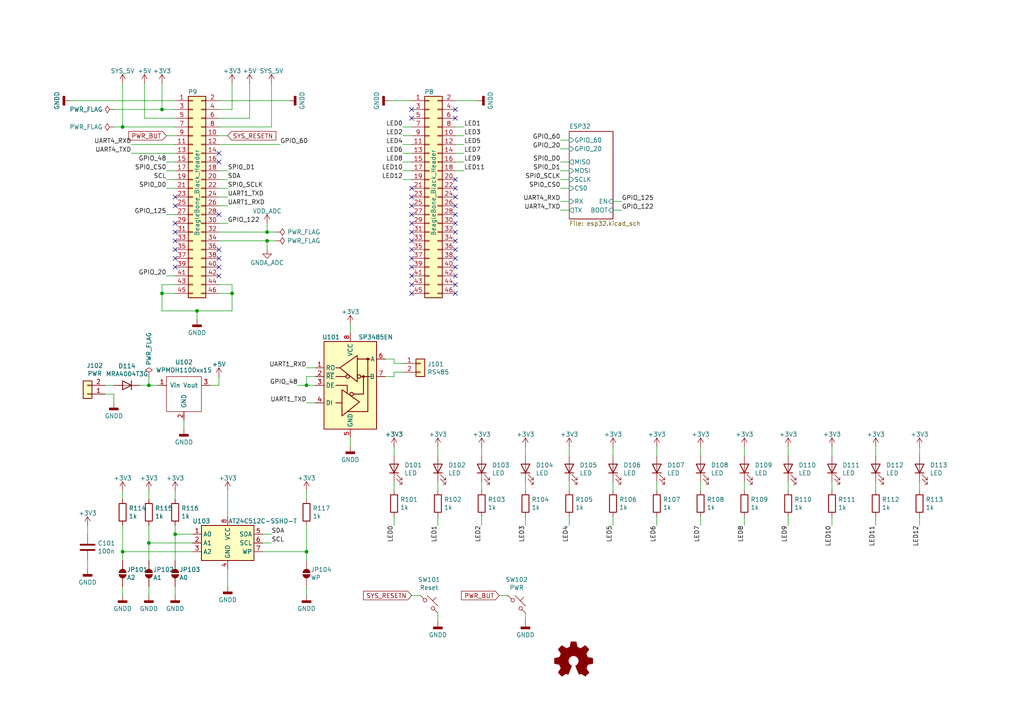
<source format=kicad_sch>
(kicad_sch (version 20250114) (generator "eeschema") (generator_version "9.0")
  (paper "A4")
  (title_block (title "Communication Cape for Beaglebone Black (RS485 / WiFi)") (date "2021-06-13") (rev "0.1") (company "Benedikt Spranger") (comment 1 "SPDX-License-Identifier: CERN-OHL-S-2.0") (comment 2 "https://ohwr.org/cern_ohl_s_v2.txt") (comment 3 "To view a copy of this license, visit ") (comment 4 "This work is licensed under the CERN-OHL-S v2"))
  (junction (at 88.9 160.02))
  (junction (at 43.18 111.76))
  (junction (at 46.99 85.09))
  (junction (at 50.8 154.94))
  (junction (at 35.56 36.83))
  (junction (at 43.18 157.48))
  (junction (at 46.99 31.75))
  (junction (at 57.15 90.17))
  (junction (at 77.47 69.85))
  (junction (at 67.31 85.09))
  (junction (at 77.47 67.31))
  (junction (at 88.9 111.76))
  (junction (at 35.56 160.02))
  (no_connect (at 63.5 44.45))
  (no_connect (at 63.5 80.01))
  (no_connect (at 119.38 69.85))
  (no_connect (at 119.38 77.47))
  (no_connect (at 119.38 62.23))
  (no_connect (at 119.38 57.15))
  (no_connect (at 132.08 82.55))
  (no_connect (at 119.38 67.31))
  (no_connect (at 132.08 80.01))
  (no_connect (at 119.38 82.55))
  (no_connect (at 50.8 67.31))
  (no_connect (at 63.5 72.39))
  (no_connect (at 132.08 74.93))
  (no_connect (at 119.38 59.69))
  (no_connect (at 132.08 34.29))
  (no_connect (at 119.38 72.39))
  (no_connect (at 119.38 85.09))
  (no_connect (at 119.38 54.61))
  (no_connect (at 132.08 64.77))
  (no_connect (at 132.08 57.15))
  (no_connect (at 119.38 80.01))
  (no_connect (at 63.5 62.23))
  (no_connect (at 132.08 54.61))
  (no_connect (at 63.5 77.47))
  (no_connect (at 50.8 59.69))
  (no_connect (at 132.08 62.23))
  (no_connect (at 119.38 34.29))
  (no_connect (at 50.8 72.39))
  (no_connect (at 132.08 67.31))
  (no_connect (at 132.08 52.07))
  (no_connect (at 50.8 77.47))
  (no_connect (at 63.5 46.99))
  (no_connect (at 119.38 64.77))
  (no_connect (at 50.8 74.93))
  (no_connect (at 50.8 69.85))
  (no_connect (at 132.08 31.75))
  (no_connect (at 132.08 72.39))
  (no_connect (at 119.38 31.75))
  (no_connect (at 132.08 59.69))
  (no_connect (at 50.8 64.77))
  (no_connect (at 132.08 69.85))
  (no_connect (at 119.38 74.93))
  (no_connect (at 132.08 77.47))
  (no_connect (at 50.8 57.15))
  (no_connect (at 132.08 85.09))
  (no_connect (at 63.5 74.93))
  (wire (pts (xy 63.5 67.31) (xy 77.47 67.31)))
  (wire (pts (xy 177.8 139.7) (xy 177.8 142.24)))
  (wire (pts (xy 48.26 46.99) (xy 50.8 46.99)))
  (wire (pts (xy 88.9 111.76) (xy 91.44 111.76)))
  (wire (pts (xy 119.38 172.72) (xy 121.92 172.72)))
  (wire (pts (xy 91.44 109.22) (xy 88.9 109.22)))
  (wire (pts (xy 215.9 139.7) (xy 215.9 142.24)))
  (wire (pts (xy 50.8 36.83) (xy 35.56 36.83)))
  (wire (pts (xy 215.9 129.54) (xy 215.9 132.08)))
  (wire (pts (xy 203.2 149.86) (xy 203.2 152.4)))
  (wire (pts (xy 25.4 162.56) (xy 25.4 165.1)))
  (wire (pts (xy 78.74 36.83) (xy 63.5 36.83)))
  (wire (pts (xy 228.6 129.54) (xy 228.6 132.08)))
  (wire (pts (xy 50.8 154.94) (xy 50.8 162.56)))
  (wire (pts (xy 165.1 129.54) (xy 165.1 132.08)))
  (wire (pts (xy 127 177.8) (xy 127 180.34)))
  (wire (pts (xy 241.3 139.7) (xy 241.3 142.24)))
  (wire (pts (xy 114.3 107.95) (xy 116.84 107.95)))
  (wire (pts (xy 215.9 149.86) (xy 215.9 152.4)))
  (wire (pts (xy 177.8 58.42) (xy 180.34 58.42)))
  (wire (pts (xy 38.1 41.91) (xy 50.8 41.91)))
  (wire (pts (xy 66.04 52.07) (xy 63.5 52.07)))
  (wire (pts (xy 66.04 64.77) (xy 63.5 64.77)))
  (wire (pts (xy 46.99 85.09) (xy 46.99 82.55)))
  (wire (pts (xy 162.56 54.61) (xy 165.1 54.61)))
  (wire (pts (xy 114.3 109.22) (xy 114.3 107.95)))
  (wire (pts (xy 63.5 69.85) (xy 77.47 69.85)))
  (wire (pts (xy 53.34 121.92) (xy 53.34 124.46)))
  (wire (pts (xy 25.4 152.4) (xy 25.4 154.94)))
  (wire (pts (xy 266.7 149.86) (xy 266.7 152.4)))
  (wire (pts (xy 132.08 41.91) (xy 134.62 41.91)))
  (wire (pts (xy 77.47 69.85) (xy 80.01 69.85)))
  (wire (pts (xy 30.48 111.76) (xy 33.02 111.76)))
  (wire (pts (xy 66.04 165.1) (xy 66.04 170.18)))
  (wire (pts (xy 132.08 39.37) (xy 134.62 39.37)))
  (wire (pts (xy 50.8 152.4) (xy 50.8 154.94)))
  (wire (pts (xy 88.9 170.18) (xy 88.9 172.72)))
  (wire (pts (xy 266.7 139.7) (xy 266.7 142.24)))
  (wire (pts (xy 46.99 31.75) (xy 33.02 31.75)))
  (wire (pts (xy 111.76 109.22) (xy 114.3 109.22)))
  (wire (pts (xy 162.56 46.99) (xy 165.1 46.99)))
  (wire (pts (xy 254 139.7) (xy 254 142.24)))
  (wire (pts (xy 203.2 139.7) (xy 203.2 142.24)))
  (wire (pts (xy 67.31 90.17) (xy 57.15 90.17)))
  (wire (pts (xy 162.56 40.64) (xy 165.1 40.64)))
  (wire (pts (xy 162.56 52.07) (xy 165.1 52.07)))
  (wire (pts (xy 43.18 142.24) (xy 43.18 144.78)))
  (wire (pts (xy 127 149.86) (xy 127 152.4)))
  (wire (pts (xy 127 129.54) (xy 127 132.08)))
  (wire (pts (xy 35.56 170.18) (xy 35.56 172.72)))
  (wire (pts (xy 38.1 44.45) (xy 50.8 44.45)))
  (wire (pts (xy 50.8 31.75) (xy 46.99 31.75)))
  (wire (pts (xy 43.18 111.76) (xy 45.72 111.76)))
  (wire (pts (xy 50.8 142.24) (xy 50.8 144.78)))
  (wire (pts (xy 63.5 111.76) (xy 63.5 109.22)))
  (wire (pts (xy 35.56 142.24) (xy 35.56 144.78)))
  (wire (pts (xy 139.7 139.7) (xy 139.7 142.24)))
  (wire (pts (xy 162.56 43.18) (xy 165.1 43.18)))
  (wire (pts (xy 114.3 104.14) (xy 114.3 105.41)))
  (wire (pts (xy 111.76 104.14) (xy 114.3 104.14)))
  (wire (pts (xy 116.84 44.45) (xy 119.38 44.45)))
  (wire (pts (xy 88.9 160.02) (xy 88.9 152.4)))
  (wire (pts (xy 50.8 39.37) (xy 48.26 39.37)))
  (wire (pts (xy 48.26 62.23) (xy 50.8 62.23)))
  (wire (pts (xy 67.31 82.55) (xy 67.31 85.09)))
  (wire (pts (xy 114.3 149.86) (xy 114.3 152.4)))
  (wire (pts (xy 190.5 139.7) (xy 190.5 142.24)))
  (wire (pts (xy 266.7 129.54) (xy 266.7 132.08)))
  (wire (pts (xy 35.56 160.02) (xy 35.56 162.56)))
  (wire (pts (xy 50.8 52.07) (xy 48.26 52.07)))
  (wire (pts (xy 41.91 34.29) (xy 41.91 24.13)))
  (wire (pts (xy 152.4 129.54) (xy 152.4 132.08)))
  (wire (pts (xy 177.8 129.54) (xy 177.8 132.08)))
  (wire (pts (xy 67.31 31.75) (xy 67.31 24.13)))
  (wire (pts (xy 80.01 67.31) (xy 77.47 67.31)))
  (wire (pts (xy 152.4 139.7) (xy 152.4 142.24)))
  (wire (pts (xy 86.36 111.76) (xy 88.9 111.76)))
  (wire (pts (xy 78.74 24.13) (xy 78.74 36.83)))
  (wire (pts (xy 35.56 160.02) (xy 35.56 152.4)))
  (wire (pts (xy 78.74 157.48) (xy 76.2 157.48)))
  (wire (pts (xy 50.8 85.09) (xy 46.99 85.09)))
  (wire (pts (xy 114.3 129.54) (xy 114.3 132.08)))
  (wire (pts (xy 203.2 129.54) (xy 203.2 132.08)))
  (wire (pts (xy 63.5 85.09) (xy 67.31 85.09)))
  (wire (pts (xy 76.2 160.02) (xy 88.9 160.02)))
  (wire (pts (xy 43.18 157.48) (xy 43.18 162.56)))
  (wire (pts (xy 63.5 34.29) (xy 72.39 34.29)))
  (wire (pts (xy 165.1 139.7) (xy 165.1 142.24)))
  (wire (pts (xy 132.08 46.99) (xy 134.62 46.99)))
  (wire (pts (xy 139.7 129.54) (xy 139.7 132.08)))
  (wire (pts (xy 116.84 52.07) (xy 119.38 52.07)))
  (wire (pts (xy 190.5 149.86) (xy 190.5 152.4)))
  (wire (pts (xy 66.04 54.61) (xy 63.5 54.61)))
  (wire (pts (xy 144.78 172.72) (xy 147.32 172.72)))
  (wire (pts (xy 152.4 177.8) (xy 152.4 180.34)))
  (wire (pts (xy 132.08 49.53) (xy 134.62 49.53)))
  (wire (pts (xy 48.26 49.53) (xy 50.8 49.53)))
  (wire (pts (xy 30.48 114.3) (xy 33.02 114.3)))
  (wire (pts (xy 114.3 139.7) (xy 114.3 142.24)))
  (wire (pts (xy 88.9 142.24) (xy 88.9 144.78)))
  (wire (pts (xy 241.3 129.54) (xy 241.3 132.08)))
  (wire (pts (xy 46.99 82.55) (xy 50.8 82.55)))
  (wire (pts (xy 165.1 149.86) (xy 165.1 152.4)))
  (wire (pts (xy 190.5 129.54) (xy 190.5 132.08)))
  (wire (pts (xy 46.99 31.75) (xy 46.99 24.13)))
  (wire (pts (xy 43.18 157.48) (xy 43.18 152.4)))
  (wire (pts (xy 20.32 29.21) (xy 50.8 29.21)))
  (wire (pts (xy 50.8 154.94) (xy 55.88 154.94)))
  (wire (pts (xy 48.26 80.01) (xy 50.8 80.01)))
  (wire (pts (xy 57.15 90.17) (xy 46.99 90.17)))
  (wire (pts (xy 241.3 149.86) (xy 241.3 152.4)))
  (wire (pts (xy 116.84 41.91) (xy 119.38 41.91)))
  (wire (pts (xy 162.56 49.53) (xy 165.1 49.53)))
  (wire (pts (xy 63.5 82.55) (xy 67.31 82.55)))
  (wire (pts (xy 35.56 36.83) (xy 35.56 24.13)))
  (wire (pts (xy 177.8 60.96) (xy 180.34 60.96)))
  (wire (pts (xy 63.5 49.53) (xy 66.04 49.53)))
  (wire (pts (xy 43.18 170.18) (xy 43.18 172.72)))
  (wire (pts (xy 116.84 46.99) (xy 119.38 46.99)))
  (wire (pts (xy 66.04 57.15) (xy 63.5 57.15)))
  (wire (pts (xy 132.08 36.83) (xy 134.62 36.83)))
  (wire (pts (xy 91.44 116.84) (xy 88.9 116.84)))
  (wire (pts (xy 57.15 92.71) (xy 57.15 90.17)))
  (wire (pts (xy 101.6 127) (xy 101.6 129.54)))
  (wire (pts (xy 72.39 34.29) (xy 72.39 24.13)))
  (wire (pts (xy 116.84 49.53) (xy 119.38 49.53)))
  (wire (pts (xy 60.96 111.76) (xy 63.5 111.76)))
  (wire (pts (xy 77.47 72.39) (xy 77.47 69.85)))
  (wire (pts (xy 162.56 60.96) (xy 165.1 60.96)))
  (wire (pts (xy 63.5 41.91) (xy 81.28 41.91)))
  (wire (pts (xy 66.04 59.69) (xy 63.5 59.69)))
  (wire (pts (xy 162.56 58.42) (xy 165.1 58.42)))
  (wire (pts (xy 152.4 149.86) (xy 152.4 152.4)))
  (wire (pts (xy 88.9 160.02) (xy 88.9 162.56)))
  (wire (pts (xy 78.74 154.94) (xy 76.2 154.94)))
  (wire (pts (xy 254 129.54) (xy 254 132.08)))
  (wire (pts (xy 177.8 149.86) (xy 177.8 152.4)))
  (wire (pts (xy 114.3 105.41) (xy 116.84 105.41)))
  (wire (pts (xy 132.08 44.45) (xy 134.62 44.45)))
  (wire (pts (xy 43.18 109.22) (xy 43.18 111.76)))
  (wire (pts (xy 228.6 149.86) (xy 228.6 152.4)))
  (wire (pts (xy 254 149.86) (xy 254 152.4)))
  (wire (pts (xy 35.56 36.83) (xy 33.02 36.83)))
  (wire (pts (xy 228.6 139.7) (xy 228.6 142.24)))
  (wire (pts (xy 33.02 114.3) (xy 33.02 116.84)))
  (wire (pts (xy 63.5 29.21) (xy 83.82 29.21)))
  (wire (pts (xy 48.26 54.61) (xy 50.8 54.61)))
  (wire (pts (xy 77.47 67.31) (xy 77.47 64.77)))
  (wire (pts (xy 63.5 31.75) (xy 67.31 31.75)))
  (wire (pts (xy 88.9 109.22) (xy 88.9 111.76)))
  (wire (pts (xy 113.03 29.21) (xy 119.38 29.21)))
  (wire (pts (xy 50.8 170.18) (xy 50.8 172.72)))
  (wire (pts (xy 67.31 85.09) (xy 67.31 90.17)))
  (wire (pts (xy 127 139.7) (xy 127 142.24)))
  (wire (pts (xy 55.88 157.48) (xy 43.18 157.48)))
  (wire (pts (xy 116.84 39.37) (xy 119.38 39.37)))
  (wire (pts (xy 91.44 106.68) (xy 88.9 106.68)))
  (wire (pts (xy 66.04 142.24) (xy 66.04 149.86)))
  (wire (pts (xy 50.8 34.29) (xy 41.91 34.29)))
  (wire (pts (xy 139.7 149.86) (xy 139.7 152.4)))
  (wire (pts (xy 101.6 93.98) (xy 101.6 96.52)))
  (wire (pts (xy 132.08 29.21) (xy 138.43 29.21)))
  (wire (pts (xy 63.5 39.37) (xy 66.04 39.37)))
  (wire (pts (xy 55.88 160.02) (xy 35.56 160.02)))
  (wire (pts (xy 46.99 90.17) (xy 46.99 85.09)))
  (wire (pts (xy 40.64 111.76) (xy 43.18 111.76)))
  (wire (pts (xy 116.84 36.83) (xy 119.38 36.83)))
  (label "LED3" (at 134.62 39.37 0))
  (label "GPIO_125" (at 48.26 62.23 180))
  (label "GPIO_60" (at 162.56 40.64 180))
  (label "UART1_RXD" (at 66.04 59.69 0))
  (label "LED11" (at 254 152.4 270))
  (label "LED4" (at 116.84 41.91 180))
  (label "SDA" (at 66.04 52.07 0))
  (label "GPIO_20" (at 162.56 43.18 180))
  (label "SPI0_SCLK" (at 66.04 54.61 0))
  (label "SPI0_D1" (at 162.56 49.53 180))
  (label "LED10" (at 116.84 49.53 180))
  (label "LED5" (at 134.62 41.91 0))
  (label "UART1_RXD" (at 88.9 106.68 180))
  (label "UART4_TXD" (at 38.1 44.45 180))
  (label "SCL" (at 48.26 52.07 180))
  (label "LED9" (at 134.62 46.99 0))
  (label "LED1" (at 127 152.4 270))
  (label "GPIO_125" (at 180.34 58.42 0))
  (label "LED8" (at 215.9 152.4 270))
  (label "GPIO_60" (at 81.28 41.91 0))
  (label "LED6" (at 190.5 152.4 270))
  (label "LED2" (at 139.7 152.4 270))
  (label "GPIO_122" (at 180.34 60.96 0))
  (label "LED2" (at 116.84 39.37 180))
  (label "SPI0_D0" (at 48.26 54.61 180))
  (label "SPI0_SCLK" (at 162.56 52.07 180))
  (label "LED0" (at 114.3 152.4 270))
  (label "LED7" (at 203.2 152.4 270))
  (label "GPIO_20" (at 48.26 80.01 180))
  (label "GPIO_122" (at 66.04 64.77 0))
  (label "SPI0_D0" (at 162.56 46.99 180))
  (label "UART4_TXD" (at 162.56 60.96 180))
  (label "GPIO_48" (at 48.26 46.99 180))
  (label "UART1_TXD" (at 88.9 116.84 180))
  (label "UART4_RXD" (at 162.56 58.42 180))
  (label "SPI0_CS0" (at 162.56 54.61 180))
  (label "UART4_RXD" (at 38.1 41.91 180))
  (label "LED9" (at 228.6 152.4 270))
  (label "LED8" (at 116.84 46.99 180))
  (label "LED10" (at 241.3 152.4 270))
  (label "LED12" (at 266.7 152.4 270))
  (label "GPIO_48" (at 86.36 111.76 180))
  (label "LED6" (at 116.84 44.45 180))
  (label "LED1" (at 134.62 36.83 0))
  (label "LED3" (at 152.4 152.4 270))
  (label "LED0" (at 116.84 36.83 180))
  (label "LED5" (at 177.8 152.4 270))
  (label "SPI0_D1" (at 66.04 49.53 0))
  (label "LED4" (at 165.1 152.4 270))
  (label "LED7" (at 134.62 44.45 0))
  (label "LED11" (at 134.62 49.53 0))
  (label "LED12" (at 116.84 52.07 180))
  (label "UART1_TXD" (at 66.04 57.15 0))
  (label "SDA" (at 78.74 154.94 0))
  (label "SPI0_CS0" (at 48.26 49.53 180))
  (label "SCL" (at 78.74 157.48 0))
  (global_label "SYS_RESETN" (shape input) (at 119.38 172.72 180) (property "Intersheetrefs" "${INTERSHEET_REFS}" (effects (hide yes))))
  (global_label "PWR_BUT" (shape input) (at 144.78 172.72 180) (property "Intersheetrefs" "${INTERSHEET_REFS}" (effects (hide yes))))
  (global_label "PWR_BUT" (shape input) (at 48.26 39.37 180) (property "Intersheetrefs" "${INTERSHEET_REFS}" (effects (hide yes))))
  (global_label "SYS_RESETN" (shape input) (at 66.04 39.37 0) (property "Intersheetrefs" "${INTERSHEET_REFS}" (effects (hide yes))))
  (symbol (lib_id "power:GNDD") (at 57.15 92.71 0) (unit 1)
    (property "Reference" "#PWR0113" (effects (hide yes)))
    (property "Value" "GNDD" (at 57.15 96.52 0))
    (property "Description" "Power symbol creates a global label with name \"GNDD\" , digital ground" (effects (hide yes)))
  )
  (symbol (lib_id "power:GNDD") (at 83.82 29.21 90) (unit 1)
    (property "Reference" "#PWR0108" (effects (hide yes)))
    (property "Value" "GNDD" (at 87.63 29.21 0))
    (property "Description" "Power symbol creates a global label with name \"GNDD\" , digital ground" (effects (hide yes)))
  )
  (symbol (lib_id "power:GNDD") (at 20.32 29.21 270) (unit 1)
    (property "Reference" "#PWR0107" (effects (hide yes)))
    (property "Value" "GNDD" (at 16.51 29.21 0))
    (property "Description" "Power symbol creates a global label with name \"GNDD\" , digital ground" (effects (hide yes)))
  )
  (symbol (lib_id "power:GNDD") (at 113.03 29.21 270) (unit 1)
    (property "Reference" "#PWR0109" (effects (hide yes)))
    (property "Value" "GNDD" (at 109.22 29.21 0))
    (property "Description" "Power symbol creates a global label with name \"GNDD\" , digital ground" (effects (hide yes)))
  )
  (symbol (lib_id "power:GNDD") (at 138.43 29.21 90) (unit 1)
    (property "Reference" "#PWR0110" (effects (hide yes)))
    (property "Value" "GNDD" (at 142.24 29.21 0))
    (property "Description" "Power symbol creates a global label with name \"GNDD\" , digital ground" (effects (hide yes)))
  )
  (symbol (lib_id "power:+3.3V") (at 67.31 24.13 0) (unit 1)
    (property "Reference" "#PWR0104" (effects (hide yes)))
    (property "Value" "+3V3" (at 67.31 20.574 0))
    (property "Description" "Power symbol creates a global label with name \"+3.3V\"" (effects (hide yes)))
  )
  (symbol (lib_id "power:+5V") (at 72.39 24.13 0) (unit 1)
    (property "Reference" "#PWR0105" (effects (hide yes)))
    (property "Value" "+5V" (at 72.39 20.574 0))
    (property "Description" "Power symbol creates a global label with name \"+5V\"" (effects (hide yes)))
  )
  (symbol (lib_id "power:+3.3V") (at 46.99 24.13 0) (unit 1)
    (property "Reference" "#PWR0103" (effects (hide yes)))
    (property "Value" "+3V3" (at 46.99 20.574 0))
    (property "Description" "Power symbol creates a global label with name \"+3.3V\"" (effects (hide yes)))
  )
  (symbol (lib_id "power:+5V") (at 41.91 24.13 0) (unit 1)
    (property "Reference" "#PWR0102" (effects (hide yes)))
    (property "Value" "+5V" (at 41.91 20.574 0))
    (property "Description" "Power symbol creates a global label with name \"+5V\"" (effects (hide yes)))
  )
  (symbol (lib_id "pwr_BeagleBone:SYS_5V") (at 78.74 24.13 0) (unit 1)
    (property "Reference" "#PWR0106" (effects (hide yes)))
    (property "Value" "SYS_5V" (at 78.74 20.574 0))
  )
  (symbol (lib_id "pwr_BeagleBone:SYS_5V") (at 35.56 24.13 0) (unit 1)
    (property "Reference" "#PWR0101" (effects (hide yes)))
    (property "Value" "SYS_5V" (at 35.56 20.574 0))
  )
  (symbol (lib_id "pwr_BeagleBone:VDD_ADC") (at 77.47 64.77 0) (unit 1)
    (property "Reference" "#PWR0111" (effects (hide yes)))
    (property "Value" "VDD_ADC" (at 77.47 61.214 0))
  )
  (symbol (lib_id "pwr_BeagleBone:GNDA_ADC") (at 77.47 72.39 0) (unit 1)
    (property "Reference" "#PWR0112" (effects (hide yes)))
    (property "Value" "GNDA_ADC" (at 77.47 76.2 0))
  )
  (symbol (lib_id "Connector_Generic:Conn_02x23_Odd_Even") (at 55.88 57.15 0) (unit 1)
    (property "Reference" "P9" (at 55.88 26.67 0))
    (property "Value" "BeagleBone_Black_Header" (at 57.15 55.88 90))
    (property "Footprint" "Connector_PinHeader_2.54mm:PinHeader_2x23_P2.54mm_Vertical" (effects (hide yes)))
    (property "Description" "Generic connector, double row, 02x23, odd/even pin numbering scheme (row 1 odd numbers, row 2 even numbers), script generated (kicad-library-utils/schlib/autogen/connector/)" (effects (hide yes)))
    (property "assemble" "y" (effects (hide yes)))
  )
  (symbol (lib_id "Connector_Generic:Conn_02x23_Odd_Even") (at 124.46 57.15 0) (unit 1)
    (property "Reference" "P8" (at 124.46 26.67 0))
    (property "Value" "BeagleBone_Black_Header" (at 125.73 55.88 90))
    (property "Footprint" "Connector_PinHeader_2.54mm:PinHeader_2x23_P2.54mm_Vertical" (effects (hide yes)))
    (property "Description" "Generic connector, double row, 02x23, odd/even pin numbering scheme (row 1 odd numbers, row 2 even numbers), script generated (kicad-library-utils/schlib/autogen/connector/)" (effects (hide yes)))
    (property "assemble" "y" (effects (hide yes)))
  )
  (symbol (lib_id "Switch:SW_Push_45deg") (at 149.86 175.26 0) (unit 1)
    (property "Reference" "SW102" (at 149.86 168.1226 0))
    (property "Value" "PWR" (at 149.86 170.434 0))
    (property "Footprint" "Button_Switch_THT:SW_PUSH_6mm" (effects (hide yes)))
    (property "Description" "Push button switch, normally open, two pins, 45° tilted" (effects (hide yes)))
    (property "assemble" "y" (effects (hide yes)))
  )
  (symbol (lib_id "Switch:SW_Push_45deg") (at 124.46 175.26 0) (unit 1)
    (property "Reference" "SW101" (at 124.46 168.1226 0))
    (property "Value" "Reset" (at 124.46 170.434 0))
    (property "Footprint" "Button_Switch_THT:SW_PUSH_6mm" (effects (hide yes)))
    (property "Description" "Push button switch, normally open, two pins, 45° tilted" (effects (hide yes)))
    (property "assemble" "y" (effects (hide yes)))
  )
  (symbol (lib_id "power:+3.3V") (at 101.6 93.98 0) (unit 1)
    (property "Reference" "#PWR0114" (effects (hide yes)))
    (property "Value" "+3V3" (at 101.6 90.424 0))
    (property "Description" "Power symbol creates a global label with name \"+3.3V\"" (effects (hide yes)))
  )
  (symbol (lib_id "power:GNDD") (at 101.6 129.54 0) (unit 1)
    (property "Reference" "#PWR0118" (effects (hide yes)))
    (property "Value" "GNDD" (at 101.6 133.35 0))
    (property "Description" "Power symbol creates a global label with name \"GNDD\" , digital ground" (effects (hide yes)))
  )
  (symbol (lib_id "Connector_Generic:Conn_01x02") (at 121.92 105.41 0) (unit 1)
    (property "Reference" "J101" (at 123.952 105.6132 0) (effects (justify left)))
    (property "Value" "RS485" (at 123.952 107.9246 0) (effects (justify left)))
    (property "Footprint" "TerminalBlock_WAGO:TerminalBlock_WAGO_236-402_1x02_P5.00mm_45Degree" (effects (hide yes)))
    (property "Description" "Generic connector, single row, 01x02, script generated (kicad-library-utils/schlib/autogen/connector/)" (effects (hide yes)))
    (property "assemble" "n" (effects (hide yes)))
  )
  (symbol (lib_id "power:GNDD") (at 127 180.34 0) (unit 1)
    (property "Reference" "#PWR0144" (effects (hide yes)))
    (property "Value" "GNDD" (at 127 184.15 0))
    (property "Description" "Power symbol creates a global label with name \"GNDD\" , digital ground" (effects (hide yes)))
  )
  (symbol (lib_id "power:GNDD") (at 152.4 180.34 0) (unit 1)
    (property "Reference" "#PWR0145" (effects (hide yes)))
    (property "Value" "GNDD" (at 152.4 184.15 0))
    (property "Description" "Power symbol creates a global label with name \"GNDD\" , digital ground" (effects (hide yes)))
  )
  (symbol (lib_id "Memory_EEPROM:AT24CS64-SSHM") (at 66.04 157.48 0) (unit 1)
    (property "Reference" "U103" (at 58.42 151.13 0))
    (property "Value" "AT24C512C-SSHD-T" (at 76.2 151.13 0))
    (property "Footprint" "Package_SO:SOIC-8_3.9x4.9mm_P1.27mm" (effects (hide yes)))
    (property "Datasheet" "http://ww1.microchip.com/downloads/en/DeviceDoc/Atmel-8870-SEEPROM-AT24CS64-Datasheet.pdf" (effects (hide yes)))
    (property "Description" "I2C Serial EEPROM, 64Kb (8192x8) with Unique Serial Number, SO8" (effects (hide yes)))
    (property "MF" "Microchip Tech" (effects (hide yes)))
    (property "lcsc#" "C6482" (effects (hide yes)))
    (property "MP" "AT24C256C-SSHL-T" (effects (hide yes)))
    (property "assemble" "y" (effects (hide yes)))
    (property "Source" "JLCPCB" (effects (hide yes)))
  )
  (symbol (lib_id "power:+3.3V") (at 66.04 142.24 0) (unit 1)
    (property "Reference" "#PWR0135" (effects (hide yes)))
    (property "Value" "+3V3" (at 66.04 138.684 0))
    (property "Description" "Power symbol creates a global label with name \"+3.3V\"" (effects (hide yes)))
  )
  (symbol (lib_id "power:GNDD") (at 66.04 170.18 0) (unit 1)
    (property "Reference" "#PWR0139" (effects (hide yes)))
    (property "Value" "GNDD" (at 66.04 173.99 0))
    (property "Description" "Power symbol creates a global label with name \"GNDD\" , digital ground" (effects (hide yes)))
  )
  (symbol (lib_id "Device:R") (at 50.8 148.59 0) (unit 1)
    (property "Reference" "R116" (at 52.578 147.4216 0) (effects (justify left)))
    (property "Value" "1k" (at 52.578 149.733 0) (effects (justify left)))
    (property "Footprint" "Resistor_SMD:R_0402_1005Metric" (effects (hide yes)))
    (property "Description" "Resistor" (effects (hide yes)))
    (property "lcsc#" "C11702" (effects (hide yes)))
    (property "MP" "0402WGF1001TCE" (effects (hide yes)))
    (property "MF" "UNI-ROYAL(Uniroyal Elec)" (effects (hide yes)))
    (property "assemble" "y" (effects (hide yes)))
    (property "Source" "JLCPCB" (effects (hide yes)))
  )
  (symbol (lib_id "Device:R") (at 43.18 148.59 0) (unit 1)
    (property "Reference" "R115" (at 44.958 147.4216 0) (effects (justify left)))
    (property "Value" "1k" (at 44.958 149.733 0) (effects (justify left)))
    (property "Footprint" "Resistor_SMD:R_0402_1005Metric" (effects (hide yes)))
    (property "Description" "Resistor" (effects (hide yes)))
    (property "lcsc#" "C11702" (effects (hide yes)))
    (property "MP" "0402WGF1001TCE" (effects (hide yes)))
    (property "MF" "UNI-ROYAL(Uniroyal Elec)" (effects (hide yes)))
    (property "assemble" "y" (effects (hide yes)))
    (property "Source" "JLCPCB" (effects (hide yes)))
  )
  (symbol (lib_id "Device:R") (at 35.56 148.59 0) (unit 1)
    (property "Reference" "R114" (at 37.338 147.4216 0) (effects (justify left)))
    (property "Value" "1k" (at 37.338 149.733 0) (effects (justify left)))
    (property "Footprint" "Resistor_SMD:R_0402_1005Metric" (effects (hide yes)))
    (property "Description" "Resistor" (effects (hide yes)))
    (property "lcsc#" "C11702" (effects (hide yes)))
    (property "MP" "0402WGF1001TCE" (effects (hide yes)))
    (property "MF" "UNI-ROYAL(Uniroyal Elec)" (effects (hide yes)))
    (property "assemble" "y" (effects (hide yes)))
    (property "Source" "JLCPCB" (effects (hide yes)))
  )
  (symbol (lib_id "power:+3.3V") (at 35.56 142.24 0) (unit 1)
    (property "Reference" "#PWR0132" (effects (hide yes)))
    (property "Value" "+3V3" (at 35.56 138.684 0))
    (property "Description" "Power symbol creates a global label with name \"+3.3V\"" (effects (hide yes)))
  )
  (symbol (lib_id "power:+3.3V") (at 43.18 142.24 0) (unit 1)
    (property "Reference" "#PWR0133" (effects (hide yes)))
    (property "Value" "+3V3" (at 43.18 138.684 0))
    (property "Description" "Power symbol creates a global label with name \"+3.3V\"" (effects (hide yes)))
  )
  (symbol (lib_id "power:+3.3V") (at 50.8 142.24 0) (unit 1)
    (property "Reference" "#PWR0134" (effects (hide yes)))
    (property "Value" "+3V3" (at 50.8 138.684 0))
    (property "Description" "Power symbol creates a global label with name \"+3.3V\"" (effects (hide yes)))
  )
  (symbol (lib_id "Device:R") (at 88.9 148.59 0) (unit 1)
    (property "Reference" "R117" (at 90.678 147.4216 0) (effects (justify left)))
    (property "Value" "1k" (at 90.678 149.733 0) (effects (justify left)))
    (property "Footprint" "Resistor_SMD:R_0402_1005Metric" (effects (hide yes)))
    (property "Description" "Resistor" (effects (hide yes)))
    (property "lcsc#" "C11702" (effects (hide yes)))
    (property "MP" "0402WGF1001TCE" (effects (hide yes)))
    (property "MF" "UNI-ROYAL(Uniroyal Elec)" (effects (hide yes)))
    (property "assemble" "y" (effects (hide yes)))
    (property "Source" "JLCPCB" (effects (hide yes)))
  )
  (symbol (lib_id "power:+3.3V") (at 88.9 142.24 0) (unit 1)
    (property "Reference" "#PWR0136" (effects (hide yes)))
    (property "Value" "+3V3" (at 88.9 138.684 0))
    (property "Description" "Power symbol creates a global label with name \"+3.3V\"" (effects (hide yes)))
  )
  (symbol (lib_id "Jumper:SolderJumper_2_Open") (at 50.8 166.37 270) (unit 1) (in_bom no)
    (property "Reference" "JP103" (at 52.0192 165.2016 90) (effects (justify left)))
    (property "Value" "A0" (at 52.0192 167.513 90) (effects (justify left)))
    (property "Footprint" "Jumper:SolderJumper-2_P1.3mm_Open_RoundedPad1.0x1.5mm" (effects (hide yes)))
    (property "Description" "Solder Jumper, 2-pole, open" (effects (hide yes)))
    (property "assemble" "n" (effects (hide yes)))
  )
  (symbol (lib_id "Jumper:SolderJumper_2_Open") (at 43.18 166.37 270) (unit 1) (in_bom no)
    (property "Reference" "JP102" (at 44.3992 165.2016 90) (effects (justify left)))
    (property "Value" "A1" (at 44.3992 167.513 90) (effects (justify left)))
    (property "Footprint" "Jumper:SolderJumper-2_P1.3mm_Open_RoundedPad1.0x1.5mm" (effects (hide yes)))
    (property "Description" "Solder Jumper, 2-pole, open" (effects (hide yes)))
    (property "assemble" "n" (effects (hide yes)))
  )
  (symbol (lib_id "Jumper:SolderJumper_2_Open") (at 35.56 166.37 270) (unit 1) (in_bom no)
    (property "Reference" "JP101" (at 36.7792 165.2016 90) (effects (justify left)))
    (property "Value" "A2" (at 36.7792 167.513 90) (effects (justify left)))
    (property "Footprint" "Jumper:SolderJumper-2_P1.3mm_Open_RoundedPad1.0x1.5mm" (effects (hide yes)))
    (property "Description" "Solder Jumper, 2-pole, open" (effects (hide yes)))
    (property "assemble" "n" (effects (hide yes)))
  )
  (symbol (lib_id "Jumper:SolderJumper_2_Open") (at 88.9 166.37 270) (unit 1) (in_bom no)
    (property "Reference" "JP104" (at 90.1192 165.2016 90) (effects (justify left)))
    (property "Value" "WP" (at 90.1192 167.513 90) (effects (justify left)))
    (property "Footprint" "Jumper:SolderJumper-2_P1.3mm_Open_RoundedPad1.0x1.5mm" (effects (hide yes)))
    (property "Description" "Solder Jumper, 2-pole, open" (effects (hide yes)))
    (property "assemble" "n" (effects (hide yes)))
  )
  (symbol (lib_id "power:GNDD") (at 50.8 172.72 0) (unit 1)
    (property "Reference" "#PWR0142" (effects (hide yes)))
    (property "Value" "GNDD" (at 50.8 176.53 0))
    (property "Description" "Power symbol creates a global label with name \"GNDD\" , digital ground" (effects (hide yes)))
  )
  (symbol (lib_id "power:GNDD") (at 43.18 172.72 0) (unit 1)
    (property "Reference" "#PWR0141" (effects (hide yes)))
    (property "Value" "GNDD" (at 43.18 176.53 0))
    (property "Description" "Power symbol creates a global label with name \"GNDD\" , digital ground" (effects (hide yes)))
  )
  (symbol (lib_id "power:GNDD") (at 35.56 172.72 0) (unit 1)
    (property "Reference" "#PWR0140" (effects (hide yes)))
    (property "Value" "GNDD" (at 35.56 176.53 0))
    (property "Description" "Power symbol creates a global label with name \"GNDD\" , digital ground" (effects (hide yes)))
  )
  (symbol (lib_id "power:GNDD") (at 88.9 172.72 0) (unit 1)
    (property "Reference" "#PWR0143" (effects (hide yes)))
    (property "Value" "GNDD" (at 88.9 176.53 0))
    (property "Description" "Power symbol creates a global label with name \"GNDD\" , digital ground" (effects (hide yes)))
  )
  (symbol (lib_id "power:PWR_FLAG") (at 43.18 109.22 0) (unit 1)
    (property "Reference" "#FLG0106" (effects (hide yes)))
    (property "Value" "PWR_FLAG" (at 43.18 105.9942 90) (effects (justify left)))
    (property "Description" "Special symbol for telling ERC where power comes from" (effects (hide yes)))
  )
  (symbol (lib_id "Graphic:Logo_Open_Hardware_Small") (at 166.37 191.77 0) (unit 1) (exclude_from_sim yes)
    (property "Reference" "#LOGO101" (effects (hide yes)))
    (property "Value" "Logo_Open_Hardware_Small" (effects (hide yes)))
    (property "Description" "Open Hardware logo, small" (effects (hide yes)))
  )
  (symbol (lib_id "power:+3.3V") (at 25.4 152.4 0) (unit 1)
    (property "Reference" "#PWR0137" (effects (hide yes)))
    (property "Value" "+3V3" (at 25.4 148.844 0))
    (property "Description" "Power symbol creates a global label with name \"+3.3V\"" (effects (hide yes)))
  )
  (symbol (lib_id "power:GNDD") (at 25.4 165.1 0) (unit 1)
    (property "Reference" "#PWR0138" (effects (hide yes)))
    (property "Value" "GNDD" (at 25.4 168.91 0))
    (property "Description" "Power symbol creates a global label with name \"GNDD\" , digital ground" (effects (hide yes)))
  )
  (symbol (lib_id "Device:C") (at 25.4 158.75 0) (unit 1)
    (property "Reference" "C101" (at 28.321 157.5816 0) (effects (justify left)))
    (property "Value" "100n" (at 28.321 159.893 0) (effects (justify left)))
    (property "Footprint" "Capacitor_SMD:C_0402_1005Metric" (effects (hide yes)))
    (property "Description" "Unpolarized capacitor" (effects (hide yes)))
    (property "lcsc#" "C1525" (effects (hide yes)))
    (property "MP" "CL05B104KO5NNNC" (effects (hide yes)))
    (property "MF" "Samsung Electro-Mechanics" (effects (hide yes)))
    (property "assemble" "y" (effects (hide yes)))
    (property "Long Description" "100nF 16V X7R ±10% 0402 Multilayer Ceramic Capacitors MLCC - SMD/SMT ROHS" (effects (hide yes)))
    (property "Source" "JLCPCB" (effects (hide yes)))
    (property "SupplLink" "https://jlcpcb.com/partdetail/1877-CL05B104KO5NNNC/C1525" (effects (hide yes)))
  )
  (symbol (lib_id "power:PWR_FLAG") (at 80.01 67.31 270) (unit 1)
    (property "Reference" "#FLG0103" (effects (hide yes)))
    (property "Value" "PWR_FLAG" (at 83.2612 67.31 90) (effects (justify left)))
    (property "Description" "Special symbol for telling ERC where power comes from" (effects (hide yes)))
  )
  (symbol (lib_id "power:PWR_FLAG") (at 33.02 36.83 90) (unit 1)
    (property "Reference" "#FLG0102" (effects (hide yes)))
    (property "Value" "PWR_FLAG" (at 29.7942 36.83 90) (effects (justify left)))
    (property "Description" "Special symbol for telling ERC where power comes from" (effects (hide yes)))
  )
  (symbol (lib_id "power:PWR_FLAG") (at 80.01 69.85 270) (unit 1)
    (property "Reference" "#FLG0104" (effects (hide yes)))
    (property "Value" "PWR_FLAG" (at 83.2612 69.85 90) (effects (justify left)))
    (property "Description" "Special symbol for telling ERC where power comes from" (effects (hide yes)))
  )
  (symbol (lib_id "power:PWR_FLAG") (at 33.02 31.75 90) (unit 1)
    (property "Reference" "#FLG0101" (effects (hide yes)))
    (property "Value" "PWR_FLAG" (at 29.7942 31.75 90) (effects (justify left)))
    (property "Description" "Special symbol for telling ERC where power comes from" (effects (hide yes)))
  )
  (symbol (lib_id "Device:R") (at 114.3 146.05 0) (unit 1)
    (property "Reference" "R101" (at 116.078 144.8816 0) (effects (justify left)))
    (property "Value" "1k" (at 116.078 147.193 0) (effects (justify left)))
    (property "Footprint" "Resistor_SMD:R_0402_1005Metric" (effects (hide yes)))
    (property "Description" "Resistor" (effects (hide yes)))
    (property "lcsc#" "C11702" (effects (hide yes)))
    (property "MP" "0402WGF1001TCE" (effects (hide yes)))
    (property "MF" "UNI-ROYAL(Uniroyal Elec)" (effects (hide yes)))
    (property "assemble" "y" (effects (hide yes)))
    (property "Source" "JLCPCB" (effects (hide yes)))
  )
  (symbol (lib_id "Device:LED") (at 139.7 135.89 90) (unit 1)
    (property "Reference" "D103" (at 142.6972 134.8994 90) (effects (justify right)))
    (property "Value" "LED" (at 142.6972 137.2108 90) (effects (justify right)))
    (property "Footprint" "LED_SMD:LED_0603_1608Metric" (effects (hide yes)))
    (property "Description" "Light emitting diode" (effects (hide yes)))
    (property "lcsc#" "C2286" (effects (hide yes)))
    (property "MP" "KT-0603R" (effects (hide yes)))
    (property "MF" "Hubei KENTO Elec" (effects (hide yes)))
    (property "assemble" "y" (effects (hide yes)))
    (property "Sim.Pins" "1=K 2=A" (effects (hide yes)))
    (property "Source" "JLCPCB" (effects (hide yes)))
  )
  (symbol (lib_id "power:+3.3V") (at 114.3 129.54 0) (unit 1)
    (property "Reference" "#PWR0119" (effects (hide yes)))
    (property "Value" "+3V3" (at 114.3 125.984 0))
    (property "Description" "Power symbol creates a global label with name \"+3.3V\"" (effects (hide yes)))
  )
  (symbol (lib_id "Device:R") (at 127 146.05 0) (unit 1)
    (property "Reference" "R102" (at 128.778 144.8816 0) (effects (justify left)))
    (property "Value" "1k" (at 128.778 147.193 0) (effects (justify left)))
    (property "Footprint" "Resistor_SMD:R_0402_1005Metric" (effects (hide yes)))
    (property "Description" "Resistor" (effects (hide yes)))
    (property "lcsc#" "C11702" (effects (hide yes)))
    (property "MP" "0402WGF1001TCE" (effects (hide yes)))
    (property "MF" "UNI-ROYAL(Uniroyal Elec)" (effects (hide yes)))
    (property "assemble" "y" (effects (hide yes)))
    (property "Source" "JLCPCB" (effects (hide yes)))
  )
  (symbol (lib_id "Device:LED") (at 152.4 135.89 90) (unit 1)
    (property "Reference" "D104" (at 155.3972 134.8994 90) (effects (justify right)))
    (property "Value" "LED" (at 155.3972 137.2108 90) (effects (justify right)))
    (property "Footprint" "LED_SMD:LED_0603_1608Metric" (effects (hide yes)))
    (property "Description" "Light emitting diode" (effects (hide yes)))
    (property "lcsc#" "C2286" (effects (hide yes)))
    (property "MP" "KT-0603R" (effects (hide yes)))
    (property "MF" "Hubei KENTO Elec" (effects (hide yes)))
    (property "assemble" "y" (effects (hide yes)))
    (property "Sim.Pins" "1=K 2=A" (effects (hide yes)))
    (property "Source" "JLCPCB" (effects (hide yes)))
  )
  (symbol (lib_id "power:+3.3V") (at 127 129.54 0) (unit 1)
    (property "Reference" "#PWR0120" (effects (hide yes)))
    (property "Value" "+3V3" (at 127 125.984 0))
    (property "Description" "Power symbol creates a global label with name \"+3.3V\"" (effects (hide yes)))
  )
  (symbol (lib_id "Device:R") (at 139.7 146.05 0) (unit 1)
    (property "Reference" "R103" (at 141.478 144.8816 0) (effects (justify left)))
    (property "Value" "1k" (at 141.478 147.193 0) (effects (justify left)))
    (property "Footprint" "Resistor_SMD:R_0402_1005Metric" (effects (hide yes)))
    (property "Description" "Resistor" (effects (hide yes)))
    (property "lcsc#" "C11702" (effects (hide yes)))
    (property "MP" "0402WGF1001TCE" (effects (hide yes)))
    (property "MF" "UNI-ROYAL(Uniroyal Elec)" (effects (hide yes)))
    (property "assemble" "y" (effects (hide yes)))
    (property "Source" "JLCPCB" (effects (hide yes)))
  )
  (symbol (lib_id "Device:LED") (at 165.1 135.89 90) (unit 1)
    (property "Reference" "D105" (at 168.0972 134.8994 90) (effects (justify right)))
    (property "Value" "LED" (at 168.0972 137.2108 90) (effects (justify right)))
    (property "Footprint" "LED_SMD:LED_0603_1608Metric" (effects (hide yes)))
    (property "Description" "Light emitting diode" (effects (hide yes)))
    (property "lcsc#" "C2286" (effects (hide yes)))
    (property "MP" "KT-0603R" (effects (hide yes)))
    (property "MF" "Hubei KENTO Elec" (effects (hide yes)))
    (property "assemble" "y" (effects (hide yes)))
    (property "Sim.Pins" "1=K 2=A" (effects (hide yes)))
    (property "Source" "JLCPCB" (effects (hide yes)))
  )
  (symbol (lib_id "power:+3.3V") (at 139.7 129.54 0) (unit 1)
    (property "Reference" "#PWR0121" (effects (hide yes)))
    (property "Value" "+3V3" (at 139.7 125.984 0))
    (property "Description" "Power symbol creates a global label with name \"+3.3V\"" (effects (hide yes)))
  )
  (symbol (lib_id "Device:R") (at 152.4 146.05 0) (unit 1)
    (property "Reference" "R104" (at 154.178 144.8816 0) (effects (justify left)))
    (property "Value" "1k" (at 154.178 147.193 0) (effects (justify left)))
    (property "Footprint" "Resistor_SMD:R_0402_1005Metric" (effects (hide yes)))
    (property "Description" "Resistor" (effects (hide yes)))
    (property "lcsc#" "C11702" (effects (hide yes)))
    (property "MP" "0402WGF1001TCE" (effects (hide yes)))
    (property "MF" "UNI-ROYAL(Uniroyal Elec)" (effects (hide yes)))
    (property "assemble" "y" (effects (hide yes)))
    (property "Source" "JLCPCB" (effects (hide yes)))
  )
  (symbol (lib_id "Device:LED") (at 177.8 135.89 90) (unit 1)
    (property "Reference" "D106" (at 180.7972 134.8994 90) (effects (justify right)))
    (property "Value" "LED" (at 180.7972 137.2108 90) (effects (justify right)))
    (property "Footprint" "LED_SMD:LED_0603_1608Metric" (effects (hide yes)))
    (property "Description" "Light emitting diode" (effects (hide yes)))
    (property "lcsc#" "C2286" (effects (hide yes)))
    (property "MP" "KT-0603R" (effects (hide yes)))
    (property "MF" "Hubei KENTO Elec" (effects (hide yes)))
    (property "assemble" "y" (effects (hide yes)))
    (property "Sim.Pins" "1=K 2=A" (effects (hide yes)))
    (property "Source" "JLCPCB" (effects (hide yes)))
  )
  (symbol (lib_id "power:+3.3V") (at 152.4 129.54 0) (unit 1)
    (property "Reference" "#PWR0122" (effects (hide yes)))
    (property "Value" "+3V3" (at 152.4 125.984 0))
    (property "Description" "Power symbol creates a global label with name \"+3.3V\"" (effects (hide yes)))
  )
  (symbol (lib_id "Device:R") (at 165.1 146.05 0) (unit 1)
    (property "Reference" "R105" (at 166.878 144.8816 0) (effects (justify left)))
    (property "Value" "1k" (at 166.878 147.193 0) (effects (justify left)))
    (property "Footprint" "Resistor_SMD:R_0402_1005Metric" (effects (hide yes)))
    (property "Description" "Resistor" (effects (hide yes)))
    (property "lcsc#" "C11702" (effects (hide yes)))
    (property "MP" "0402WGF1001TCE" (effects (hide yes)))
    (property "MF" "UNI-ROYAL(Uniroyal Elec)" (effects (hide yes)))
    (property "assemble" "y" (effects (hide yes)))
    (property "Source" "JLCPCB" (effects (hide yes)))
  )
  (symbol (lib_id "Device:LED") (at 190.5 135.89 90) (unit 1)
    (property "Reference" "D107" (at 193.4972 134.8994 90) (effects (justify right)))
    (property "Value" "LED" (at 193.4972 137.2108 90) (effects (justify right)))
    (property "Footprint" "LED_SMD:LED_0603_1608Metric" (effects (hide yes)))
    (property "Description" "Light emitting diode" (effects (hide yes)))
    (property "lcsc#" "C2286" (effects (hide yes)))
    (property "MP" "KT-0603R" (effects (hide yes)))
    (property "MF" "Hubei KENTO Elec" (effects (hide yes)))
    (property "assemble" "y" (effects (hide yes)))
    (property "Sim.Pins" "1=K 2=A" (effects (hide yes)))
    (property "Source" "JLCPCB" (effects (hide yes)))
  )
  (symbol (lib_id "power:+3.3V") (at 165.1 129.54 0) (unit 1)
    (property "Reference" "#PWR0123" (effects (hide yes)))
    (property "Value" "+3V3" (at 165.1 125.984 0))
    (property "Description" "Power symbol creates a global label with name \"+3.3V\"" (effects (hide yes)))
  )
  (symbol (lib_id "Device:R") (at 177.8 146.05 0) (unit 1)
    (property "Reference" "R106" (at 179.578 144.8816 0) (effects (justify left)))
    (property "Value" "1k" (at 179.578 147.193 0) (effects (justify left)))
    (property "Footprint" "Resistor_SMD:R_0402_1005Metric" (effects (hide yes)))
    (property "Description" "Resistor" (effects (hide yes)))
    (property "lcsc#" "C11702" (effects (hide yes)))
    (property "MP" "0402WGF1001TCE" (effects (hide yes)))
    (property "MF" "UNI-ROYAL(Uniroyal Elec)" (effects (hide yes)))
    (property "assemble" "y" (effects (hide yes)))
    (property "Source" "JLCPCB" (effects (hide yes)))
  )
  (symbol (lib_id "Device:LED") (at 203.2 135.89 90) (unit 1)
    (property "Reference" "D108" (at 206.1972 134.8994 90) (effects (justify right)))
    (property "Value" "LED" (at 206.1972 137.2108 90) (effects (justify right)))
    (property "Footprint" "LED_SMD:LED_0603_1608Metric" (effects (hide yes)))
    (property "Description" "Light emitting diode" (effects (hide yes)))
    (property "lcsc#" "C2286" (effects (hide yes)))
    (property "MP" "KT-0603R" (effects (hide yes)))
    (property "MF" "Hubei KENTO Elec" (effects (hide yes)))
    (property "assemble" "y" (effects (hide yes)))
    (property "Sim.Pins" "1=K 2=A" (effects (hide yes)))
    (property "Source" "JLCPCB" (effects (hide yes)))
  )
  (symbol (lib_id "power:+3.3V") (at 177.8 129.54 0) (unit 1)
    (property "Reference" "#PWR0124" (effects (hide yes)))
    (property "Value" "+3V3" (at 177.8 125.984 0))
    (property "Description" "Power symbol creates a global label with name \"+3.3V\"" (effects (hide yes)))
  )
  (symbol (lib_id "Device:R") (at 190.5 146.05 0) (unit 1)
    (property "Reference" "R107" (at 192.278 144.8816 0) (effects (justify left)))
    (property "Value" "1k" (at 192.278 147.193 0) (effects (justify left)))
    (property "Footprint" "Resistor_SMD:R_0402_1005Metric" (effects (hide yes)))
    (property "Description" "Resistor" (effects (hide yes)))
    (property "lcsc#" "C11702" (effects (hide yes)))
    (property "MP" "0402WGF1001TCE" (effects (hide yes)))
    (property "MF" "UNI-ROYAL(Uniroyal Elec)" (effects (hide yes)))
    (property "assemble" "y" (effects (hide yes)))
    (property "Source" "JLCPCB" (effects (hide yes)))
  )
  (symbol (lib_id "Device:LED") (at 215.9 135.89 90) (unit 1)
    (property "Reference" "D109" (at 218.8972 134.8994 90) (effects (justify right)))
    (property "Value" "LED" (at 218.8972 137.2108 90) (effects (justify right)))
    (property "Footprint" "LED_SMD:LED_0603_1608Metric" (effects (hide yes)))
    (property "Description" "Light emitting diode" (effects (hide yes)))
    (property "lcsc#" "C2286" (effects (hide yes)))
    (property "MP" "KT-0603R" (effects (hide yes)))
    (property "MF" "Hubei KENTO Elec" (effects (hide yes)))
    (property "assemble" "y" (effects (hide yes)))
    (property "Sim.Pins" "1=K 2=A" (effects (hide yes)))
    (property "Source" "JLCPCB" (effects (hide yes)))
  )
  (symbol (lib_id "power:+3.3V") (at 190.5 129.54 0) (unit 1)
    (property "Reference" "#PWR0125" (effects (hide yes)))
    (property "Value" "+3V3" (at 190.5 125.984 0))
    (property "Description" "Power symbol creates a global label with name \"+3.3V\"" (effects (hide yes)))
  )
  (symbol (lib_id "Device:R") (at 203.2 146.05 0) (unit 1)
    (property "Reference" "R108" (at 204.978 144.8816 0) (effects (justify left)))
    (property "Value" "1k" (at 204.978 147.193 0) (effects (justify left)))
    (property "Footprint" "Resistor_SMD:R_0402_1005Metric" (effects (hide yes)))
    (property "Description" "Resistor" (effects (hide yes)))
    (property "lcsc#" "C11702" (effects (hide yes)))
    (property "MP" "0402WGF1001TCE" (effects (hide yes)))
    (property "MF" "UNI-ROYAL(Uniroyal Elec)" (effects (hide yes)))
    (property "assemble" "y" (effects (hide yes)))
    (property "Source" "JLCPCB" (effects (hide yes)))
  )
  (symbol (lib_id "Device:LED") (at 228.6 135.89 90) (unit 1)
    (property "Reference" "D110" (at 231.5972 134.8994 90) (effects (justify right)))
    (property "Value" "LED" (at 231.5972 137.2108 90) (effects (justify right)))
    (property "Footprint" "LED_SMD:LED_0603_1608Metric" (effects (hide yes)))
    (property "Description" "Light emitting diode" (effects (hide yes)))
    (property "lcsc#" "C2286" (effects (hide yes)))
    (property "MP" "KT-0603R" (effects (hide yes)))
    (property "MF" "Hubei KENTO Elec" (effects (hide yes)))
    (property "assemble" "y" (effects (hide yes)))
    (property "Sim.Pins" "1=K 2=A" (effects (hide yes)))
    (property "Source" "JLCPCB" (effects (hide yes)))
  )
  (symbol (lib_id "power:+3.3V") (at 203.2 129.54 0) (unit 1)
    (property "Reference" "#PWR0126" (effects (hide yes)))
    (property "Value" "+3V3" (at 203.2 125.984 0))
    (property "Description" "Power symbol creates a global label with name \"+3.3V\"" (effects (hide yes)))
  )
  (symbol (lib_id "Device:R") (at 215.9 146.05 0) (unit 1)
    (property "Reference" "R109" (at 217.678 144.8816 0) (effects (justify left)))
    (property "Value" "1k" (at 217.678 147.193 0) (effects (justify left)))
    (property "Footprint" "Resistor_SMD:R_0402_1005Metric" (effects (hide yes)))
    (property "Description" "Resistor" (effects (hide yes)))
    (property "lcsc#" "C11702" (effects (hide yes)))
    (property "MP" "0402WGF1001TCE" (effects (hide yes)))
    (property "MF" "UNI-ROYAL(Uniroyal Elec)" (effects (hide yes)))
    (property "assemble" "y" (effects (hide yes)))
    (property "Source" "JLCPCB" (effects (hide yes)))
  )
  (symbol (lib_id "Device:LED") (at 241.3 135.89 90) (unit 1)
    (property "Reference" "D111" (at 244.2972 134.8994 90) (effects (justify right)))
    (property "Value" "LED" (at 244.2972 137.2108 90) (effects (justify right)))
    (property "Footprint" "LED_SMD:LED_0603_1608Metric" (effects (hide yes)))
    (property "Description" "Light emitting diode" (effects (hide yes)))
    (property "lcsc#" "C2286" (effects (hide yes)))
    (property "MP" "KT-0603R" (effects (hide yes)))
    (property "MF" "Hubei KENTO Elec" (effects (hide yes)))
    (property "assemble" "y" (effects (hide yes)))
    (property "Sim.Pins" "1=K 2=A" (effects (hide yes)))
    (property "Source" "JLCPCB" (effects (hide yes)))
  )
  (symbol (lib_id "power:+3.3V") (at 215.9 129.54 0) (unit 1)
    (property "Reference" "#PWR0127" (effects (hide yes)))
    (property "Value" "+3V3" (at 215.9 125.984 0))
    (property "Description" "Power symbol creates a global label with name \"+3.3V\"" (effects (hide yes)))
  )
  (symbol (lib_id "Device:R") (at 228.6 146.05 0) (unit 1)
    (property "Reference" "R110" (at 230.378 144.8816 0) (effects (justify left)))
    (property "Value" "1k" (at 230.378 147.193 0) (effects (justify left)))
    (property "Footprint" "Resistor_SMD:R_0402_1005Metric" (effects (hide yes)))
    (property "Description" "Resistor" (effects (hide yes)))
    (property "lcsc#" "C11702" (effects (hide yes)))
    (property "MP" "0402WGF1001TCE" (effects (hide yes)))
    (property "MF" "UNI-ROYAL(Uniroyal Elec)" (effects (hide yes)))
    (property "assemble" "y" (effects (hide yes)))
    (property "Source" "JLCPCB" (effects (hide yes)))
  )
  (symbol (lib_id "Device:LED") (at 254 135.89 90) (unit 1)
    (property "Reference" "D112" (at 256.9972 134.8994 90) (effects (justify right)))
    (property "Value" "LED" (at 256.9972 137.2108 90) (effects (justify right)))
    (property "Footprint" "LED_SMD:LED_0603_1608Metric" (effects (hide yes)))
    (property "Description" "Light emitting diode" (effects (hide yes)))
    (property "lcsc#" "C2286" (effects (hide yes)))
    (property "MP" "KT-0603R" (effects (hide yes)))
    (property "MF" "Hubei KENTO Elec" (effects (hide yes)))
    (property "assemble" "y" (effects (hide yes)))
    (property "Sim.Pins" "1=K 2=A" (effects (hide yes)))
    (property "Source" "JLCPCB" (effects (hide yes)))
  )
  (symbol (lib_id "power:+3.3V") (at 228.6 129.54 0) (unit 1)
    (property "Reference" "#PWR0128" (effects (hide yes)))
    (property "Value" "+3V3" (at 228.6 125.984 0))
    (property "Description" "Power symbol creates a global label with name \"+3.3V\"" (effects (hide yes)))
  )
  (symbol (lib_id "Device:R") (at 241.3 146.05 0) (unit 1)
    (property "Reference" "R111" (at 243.078 144.8816 0) (effects (justify left)))
    (property "Value" "1k" (at 243.078 147.193 0) (effects (justify left)))
    (property "Footprint" "Resistor_SMD:R_0402_1005Metric" (effects (hide yes)))
    (property "Description" "Resistor" (effects (hide yes)))
    (property "lcsc#" "C11702" (effects (hide yes)))
    (property "MP" "0402WGF1001TCE" (effects (hide yes)))
    (property "MF" "UNI-ROYAL(Uniroyal Elec)" (effects (hide yes)))
    (property "assemble" "y" (effects (hide yes)))
    (property "Source" "JLCPCB" (effects (hide yes)))
  )
  (symbol (lib_id "Device:LED") (at 266.7 135.89 90) (unit 1)
    (property "Reference" "D113" (at 269.6972 134.8994 90) (effects (justify right)))
    (property "Value" "LED" (at 269.6972 137.2108 90) (effects (justify right)))
    (property "Footprint" "LED_SMD:LED_0603_1608Metric" (effects (hide yes)))
    (property "Description" "Light emitting diode" (effects (hide yes)))
    (property "lcsc#" "C2286" (effects (hide yes)))
    (property "MP" "KT-0603R" (effects (hide yes)))
    (property "MF" "Hubei KENTO Elec" (effects (hide yes)))
    (property "assemble" "y" (effects (hide yes)))
    (property "Sim.Pins" "1=K 2=A" (effects (hide yes)))
    (property "Source" "JLCPCB" (effects (hide yes)))
  )
  (symbol (lib_id "power:+3.3V") (at 241.3 129.54 0) (unit 1)
    (property "Reference" "#PWR0129" (effects (hide yes)))
    (property "Value" "+3V3" (at 241.3 125.984 0))
    (property "Description" "Power symbol creates a global label with name \"+3.3V\"" (effects (hide yes)))
  )
  (symbol (lib_id "Device:R") (at 254 146.05 0) (unit 1)
    (property "Reference" "R112" (at 255.778 144.8816 0) (effects (justify left)))
    (property "Value" "1k" (at 255.778 147.193 0) (effects (justify left)))
    (property "Footprint" "Resistor_SMD:R_0402_1005Metric" (effects (hide yes)))
    (property "Description" "Resistor" (effects (hide yes)))
    (property "lcsc#" "C11702" (effects (hide yes)))
    (property "MP" "0402WGF1001TCE" (effects (hide yes)))
    (property "MF" "UNI-ROYAL(Uniroyal Elec)" (effects (hide yes)))
    (property "assemble" "y" (effects (hide yes)))
    (property "Source" "JLCPCB" (effects (hide yes)))
  )
  (symbol (lib_id "Device:LED") (at 114.3 135.89 90) (unit 1)
    (property "Reference" "D101" (at 117.2972 134.8994 90) (effects (justify right)))
    (property "Value" "LED" (at 117.2972 137.2108 90) (effects (justify right)))
    (property "Footprint" "LED_SMD:LED_0603_1608Metric" (effects (hide yes)))
    (property "Description" "Light emitting diode" (effects (hide yes)))
    (property "lcsc#" "C2286" (effects (hide yes)))
    (property "MP" "KT-0603R" (effects (hide yes)))
    (property "MF" "Hubei KENTO Elec" (effects (hide yes)))
    (property "assemble" "y" (effects (hide yes)))
    (property "Sim.Pins" "1=K 2=A" (effects (hide yes)))
    (property "Source" "JLCPCB" (effects (hide yes)))
  )
  (symbol (lib_id "power:+3.3V") (at 254 129.54 0) (unit 1)
    (property "Reference" "#PWR0130" (effects (hide yes)))
    (property "Value" "+3V3" (at 254 125.984 0))
    (property "Description" "Power symbol creates a global label with name \"+3.3V\"" (effects (hide yes)))
  )
  (symbol (lib_id "Device:R") (at 266.7 146.05 0) (unit 1)
    (property "Reference" "R113" (at 268.478 144.8816 0) (effects (justify left)))
    (property "Value" "1k" (at 268.478 147.193 0) (effects (justify left)))
    (property "Footprint" "Resistor_SMD:R_0402_1005Metric" (effects (hide yes)))
    (property "Description" "Resistor" (effects (hide yes)))
    (property "lcsc#" "C11702" (effects (hide yes)))
    (property "MP" "0402WGF1001TCE" (effects (hide yes)))
    (property "MF" "UNI-ROYAL(Uniroyal Elec)" (effects (hide yes)))
    (property "assemble" "y" (effects (hide yes)))
    (property "Source" "JLCPCB" (effects (hide yes)))
  )
  (symbol (lib_id "Device:LED") (at 127 135.89 90) (unit 1)
    (property "Reference" "D102" (at 129.9972 134.8994 90) (effects (justify right)))
    (property "Value" "LED" (at 129.9972 137.2108 90) (effects (justify right)))
    (property "Footprint" "LED_SMD:LED_0603_1608Metric" (effects (hide yes)))
    (property "Description" "Light emitting diode" (effects (hide yes)))
    (property "lcsc#" "C2286" (effects (hide yes)))
    (property "MP" "KT-0603R" (effects (hide yes)))
    (property "MF" "Hubei KENTO Elec" (effects (hide yes)))
    (property "assemble" "y" (effects (hide yes)))
    (property "Sim.Pins" "1=K 2=A" (effects (hide yes)))
    (property "Source" "JLCPCB" (effects (hide yes)))
  )
  (symbol (lib_id "power:+3.3V") (at 266.7 129.54 0) (unit 1)
    (property "Reference" "#PWR0131" (effects (hide yes)))
    (property "Value" "+3V3" (at 266.7 125.984 0))
    (property "Description" "Power symbol creates a global label with name \"+3.3V\"" (effects (hide yes)))
  )
  (symbol (lib_id "Interface_UART:SP3485EN") (at 101.6 111.76 0) (unit 1)
    (property "Reference" "U101" (at 96.012 97.79 0))
    (property "Value" "SP3485EN" (at 108.966 97.79 0))
    (property "Footprint" "Package_SO:SOIC-8_3.9x4.9mm_P1.27mm" (effects (hide yes)))
    (property "Datasheet" "http://www.icbase.com/pdf/SPX/SPX00480106.pdf" (effects (hide yes)))
    (property "Description" "Industrial 3.3V Low Power Half-Duplex RS-485 Transceiver 10Mbps, SOIC-8" (effects (hide yes)))
    (property "lcsc#" "C8963" (effects (hide yes)))
    (property "MP" "SP3485EN-L/TR" (effects (hide yes)))
    (property "MF" "MaxLinear" (effects (hide yes)))
    (property "assemble" "y" (effects (hide yes)))
    (property "Source" "JLCPCB" (effects (hide yes)))
  )
  (symbol (lib_id "Connector_Generic:Conn_01x02") (at 25.4 114.3 180) (unit 1)
    (property "Reference" "J102" (at 27.4828 106.045 0))
    (property "Value" "PWR" (at 27.4828 108.3564 0))
    (property "Footprint" "TerminalBlock_WAGO:TerminalBlock_WAGO_236-402_1x02_P5.00mm_45Degree" (effects (hide yes)))
    (property "Description" "Generic connector, single row, 01x02, script generated (kicad-library-utils/schlib/autogen/connector/)" (effects (hide yes)))
    (property "assemble" "n" (effects (hide yes)))
  )
  (symbol (lib_id "WPMHD1100xx1S:WPMDH1100xx1S") (at 53.34 114.3 0) (unit 1)
    (property "Reference" "U102" (at 53.34 105.029 0))
    (property "Value" "WPMDH1100xx1S" (at 53.34 107.3404 0))
    (property "Footprint" "WPMDH1100xx1S:WPMDH1100xx1S" (effects (hide yes)))
    (property "Datasheet" "https://www.we-online.com/katalog/datasheet/173010542.pdf" (effects (hide yes)))
    (property "assemble" "n" (effects (hide yes)))
  )
  (symbol (lib_id "power:GNDD") (at 33.02 116.84 0) (unit 1)
    (property "Reference" "#PWR0116" (effects (hide yes)))
    (property "Value" "GNDD" (at 33.02 120.65 0))
    (property "Description" "Power symbol creates a global label with name \"GNDD\" , digital ground" (effects (hide yes)))
  )
  (symbol (lib_id "power:GNDD") (at 53.34 124.46 0) (unit 1)
    (property "Reference" "#PWR0117" (effects (hide yes)))
    (property "Value" "GNDD" (at 53.34 128.27 0))
    (property "Description" "Power symbol creates a global label with name \"GNDD\" , digital ground" (effects (hide yes)))
  )
  (symbol (lib_id "power:+5V") (at 63.5 109.22 0) (unit 1)
    (property "Reference" "#PWR0115" (effects (hide yes)))
    (property "Value" "+5V" (at 63.5 105.664 0))
    (property "Description" "Power symbol creates a global label with name \"+5V\"" (effects (hide yes)))
  )
  (symbol (lib_id "Diode:MRA4004T3G") (at 36.83 111.76 180) (unit 1)
    (property "Reference" "D114" (at 36.83 106.172 0))
    (property "Value" "MRA4004T3G" (at 36.83 108.458 0))
    (property "Footprint" "Diode_SMD:D_SMA" (effects (hide yes)))
    (property "Datasheet" "http://www.onsemi.com/pub_link/Collateral/MRA4003T3-D.PDF" (effects (hide yes)))
    (property "Description" "400V, 1A, General Purpose Rectifier Diode, SMA(DO-214AC)" (effects (hide yes)))
    (property "Sim.Device" "D" (effects (hide yes)))
    (property "Sim.Pins" "1=K 2=A" (effects (hide yes)))
    (property "Long Description" "-55℃~+175℃ 1.18V@2A 10uA@400V 1A 30A 400V SMA(DO-214AC) Diodes - General Purpose ROHS" (effects (hide yes)))
    (property "MF" " onsemi" (effects (hide yes)))
    (property "MP" "MRA4004T3G" (effects (hide yes)))
    (property "Source" "JLCPCB" (effects (hide yes)))
    (property "SupplLink" "https://jlcpcb.com/partdetail/onsemi-MRA4004T3G/C40324" (effects (hide yes)))
    (property "assemble" "y" (effects (hide yes)))
    (property "lcsc#" "C40324" (effects (hide yes)))
  )
  (sheet (at 165.1 38.1) (size 12.7 25.4) (stroke (width 0.1524))
    (property "Sheetname" "ESP32" (at 165.1 37.3884 0) (effects (justify left bottom)))
    (property "Sheetfile" "esp32.kicad_sch" (at 165.1 64.0846 0) (effects (justify left top)))
    (pin "GPIO_60" input (at 165.1 40.64 180))
    (pin "GPIO_20" input (at 165.1 43.18 180))
    (pin "MISO" output (at 165.1 46.99 180))
    (pin "TX" output (at 165.1 60.96 180))
    (pin "CS0" input (at 165.1 54.61 180))
    (pin "MOSI" input (at 165.1 49.53 180))
    (pin "EN" input (at 177.8 58.42 0))
    (pin "BOOT" input (at 177.8 60.96 0))
    (pin "RX" input (at 165.1 58.42 180))
    (pin "SCLK" input (at 165.1 52.07 180))
  )
)
</source>
